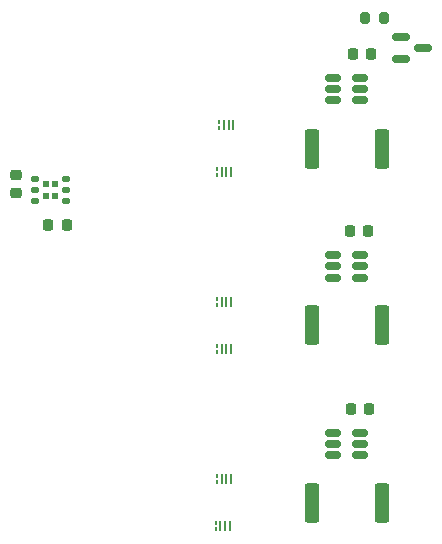
<source format=gbr>
%TF.GenerationSoftware,KiCad,Pcbnew,8.0.2*%
%TF.CreationDate,2024-06-01T20:14:58-04:00*%
%TF.ProjectId,small_compliant_drive,736d616c-6c5f-4636-9f6d-706c69616e74,rev?*%
%TF.SameCoordinates,Original*%
%TF.FileFunction,Paste,Top*%
%TF.FilePolarity,Positive*%
%FSLAX46Y46*%
G04 Gerber Fmt 4.6, Leading zero omitted, Abs format (unit mm)*
G04 Created by KiCad (PCBNEW 8.0.2) date 2024-06-01 20:14:58*
%MOMM*%
%LPD*%
G01*
G04 APERTURE LIST*
G04 Aperture macros list*
%AMRoundRect*
0 Rectangle with rounded corners*
0 $1 Rounding radius*
0 $2 $3 $4 $5 $6 $7 $8 $9 X,Y pos of 4 corners*
0 Add a 4 corners polygon primitive as box body*
4,1,4,$2,$3,$4,$5,$6,$7,$8,$9,$2,$3,0*
0 Add four circle primitives for the rounded corners*
1,1,$1+$1,$2,$3*
1,1,$1+$1,$4,$5*
1,1,$1+$1,$6,$7*
1,1,$1+$1,$8,$9*
0 Add four rect primitives between the rounded corners*
20,1,$1+$1,$2,$3,$4,$5,0*
20,1,$1+$1,$4,$5,$6,$7,0*
20,1,$1+$1,$6,$7,$8,$9,0*
20,1,$1+$1,$8,$9,$2,$3,0*%
G04 Aperture macros list end*
%ADD10RoundRect,0.250000X-0.362500X-1.425000X0.362500X-1.425000X0.362500X1.425000X-0.362500X1.425000X0*%
%ADD11RoundRect,0.225000X0.225000X0.250000X-0.225000X0.250000X-0.225000X-0.250000X0.225000X-0.250000X0*%
%ADD12RoundRect,0.112500X-0.202500X-0.112500X0.202500X-0.112500X0.202500X0.112500X-0.202500X0.112500X0*%
%ADD13R,0.480000X0.630000*%
%ADD14RoundRect,0.150000X-0.587500X-0.150000X0.587500X-0.150000X0.587500X0.150000X-0.587500X0.150000X0*%
%ADD15RoundRect,0.150000X-0.512500X-0.150000X0.512500X-0.150000X0.512500X0.150000X-0.512500X0.150000X0*%
%ADD16RoundRect,0.200000X0.200000X0.275000X-0.200000X0.275000X-0.200000X-0.275000X0.200000X-0.275000X0*%
%ADD17RoundRect,0.043750X0.043750X0.363250X-0.043750X0.363250X-0.043750X-0.363250X0.043750X-0.363250X0*%
%ADD18RoundRect,0.043750X0.043750X0.098750X-0.043750X0.098750X-0.043750X-0.098750X0.043750X-0.098750X0*%
%ADD19RoundRect,0.225000X-0.250000X0.225000X-0.250000X-0.225000X0.250000X-0.225000X0.250000X0.225000X0*%
G04 APERTURE END LIST*
D10*
%TO.C,R3*%
X178037500Y-85000000D03*
X183962500Y-85000000D03*
%TD*%
%TO.C,R2*%
X178037500Y-70000000D03*
X183962500Y-70000000D03*
%TD*%
%TO.C,R1*%
X178037500Y-55050000D03*
X183962500Y-55050000D03*
%TD*%
D11*
%TO.C,C5*%
X181225000Y-62000000D03*
X182775000Y-62000000D03*
%TD*%
%TO.C,C4*%
X182912500Y-77050000D03*
X181362500Y-77050000D03*
%TD*%
%TO.C,C3*%
X181500000Y-47000000D03*
X183050000Y-47000000D03*
%TD*%
D12*
%TO.C,U5*%
X154560000Y-57575000D03*
X154560000Y-58525000D03*
X154560000Y-59475000D03*
X157240000Y-59475000D03*
X157240000Y-58525000D03*
X157240000Y-57575000D03*
D13*
X155500000Y-58000000D03*
X155500000Y-59050000D03*
X156300000Y-58000000D03*
X156300000Y-59050000D03*
%TD*%
D14*
%TO.C,U4*%
X185562500Y-45550000D03*
X185562500Y-47450000D03*
X187437500Y-46500000D03*
%TD*%
D15*
%TO.C,U3*%
X179862500Y-79100000D03*
X179862500Y-80050000D03*
X179862500Y-81000000D03*
X182137500Y-81000000D03*
X182137500Y-80050000D03*
X182137500Y-79100000D03*
%TD*%
%TO.C,U2*%
X182137500Y-64050000D03*
X182137500Y-65000000D03*
X182137500Y-65950000D03*
X179862500Y-65950000D03*
X179862500Y-65000000D03*
X179862500Y-64050000D03*
%TD*%
%TO.C,U1*%
X179862500Y-49050000D03*
X179862500Y-50000000D03*
X179862500Y-50950000D03*
X182137500Y-50950000D03*
X182137500Y-50000000D03*
X182137500Y-49050000D03*
%TD*%
D16*
%TO.C,R4*%
X184150000Y-44000000D03*
X182500000Y-44000000D03*
%TD*%
D17*
%TO.C,Q6*%
X171100000Y-87000000D03*
X170700000Y-87000000D03*
X170300000Y-87000000D03*
D18*
X169900000Y-87254000D03*
X169900000Y-86746000D03*
%TD*%
%TO.C,Q5*%
X170000000Y-82746000D03*
X170000000Y-83254000D03*
D17*
X170400000Y-83000000D03*
X170800000Y-83000000D03*
X171200000Y-83000000D03*
%TD*%
D18*
%TO.C,Q4*%
X170000000Y-71746000D03*
X170000000Y-72254000D03*
D17*
X170400000Y-72000000D03*
X170800000Y-72000000D03*
X171200000Y-72000000D03*
%TD*%
D18*
%TO.C,Q3*%
X170000000Y-67746000D03*
X170000000Y-68254000D03*
D17*
X170400000Y-68000000D03*
X170800000Y-68000000D03*
X171200000Y-68000000D03*
%TD*%
D18*
%TO.C,Q2*%
X170000000Y-56746000D03*
X170000000Y-57254000D03*
D17*
X170400000Y-57000000D03*
X170800000Y-57000000D03*
X171200000Y-57000000D03*
%TD*%
%TO.C,Q1*%
X171400000Y-53000000D03*
X171000000Y-53000000D03*
X170600000Y-53000000D03*
D18*
X170200000Y-53254000D03*
X170200000Y-52746000D03*
%TD*%
D11*
%TO.C,C2*%
X155725000Y-61500000D03*
X157275000Y-61500000D03*
%TD*%
D19*
%TO.C,C1*%
X153000000Y-57225000D03*
X153000000Y-58775000D03*
%TD*%
M02*

</source>
